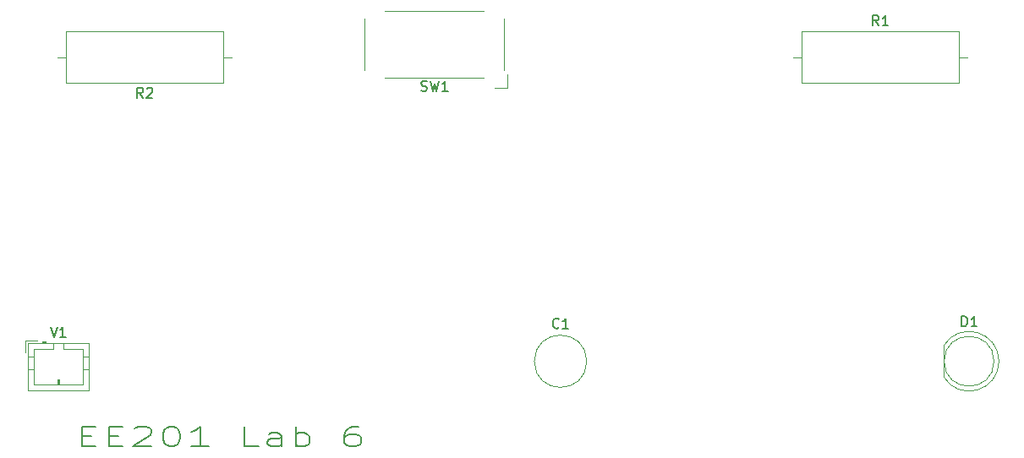
<source format=gbr>
%TF.GenerationSoftware,KiCad,Pcbnew,(6.0.10)*%
%TF.CreationDate,2023-02-17T15:29:09-08:00*%
%TF.ProjectId,Exercise 1 lab 6,45786572-6369-4736-9520-31206c616220,rev?*%
%TF.SameCoordinates,Original*%
%TF.FileFunction,Legend,Top*%
%TF.FilePolarity,Positive*%
%FSLAX46Y46*%
G04 Gerber Fmt 4.6, Leading zero omitted, Abs format (unit mm)*
G04 Created by KiCad (PCBNEW (6.0.10)) date 2023-02-17 15:29:09*
%MOMM*%
%LPD*%
G01*
G04 APERTURE LIST*
%ADD10C,0.150000*%
%ADD11C,0.120000*%
G04 APERTURE END LIST*
D10*
X87671428Y-114157142D02*
X88671428Y-114157142D01*
X89100000Y-115204761D02*
X87671428Y-115204761D01*
X87671428Y-113204761D01*
X89100000Y-113204761D01*
X90385714Y-114157142D02*
X91385714Y-114157142D01*
X91814285Y-115204761D02*
X90385714Y-115204761D01*
X90385714Y-113204761D01*
X91814285Y-113204761D01*
X92957142Y-113395238D02*
X93100000Y-113300000D01*
X93385714Y-113204761D01*
X94100000Y-113204761D01*
X94385714Y-113300000D01*
X94528571Y-113395238D01*
X94671428Y-113585714D01*
X94671428Y-113776190D01*
X94528571Y-114061904D01*
X92814285Y-115204761D01*
X94671428Y-115204761D01*
X96528571Y-113204761D02*
X96814285Y-113204761D01*
X97100000Y-113300000D01*
X97242857Y-113395238D01*
X97385714Y-113585714D01*
X97528571Y-113966666D01*
X97528571Y-114442857D01*
X97385714Y-114823809D01*
X97242857Y-115014285D01*
X97100000Y-115109523D01*
X96814285Y-115204761D01*
X96528571Y-115204761D01*
X96242857Y-115109523D01*
X96100000Y-115014285D01*
X95957142Y-114823809D01*
X95814285Y-114442857D01*
X95814285Y-113966666D01*
X95957142Y-113585714D01*
X96100000Y-113395238D01*
X96242857Y-113300000D01*
X96528571Y-113204761D01*
X100385714Y-115204761D02*
X98671428Y-115204761D01*
X99528571Y-115204761D02*
X99528571Y-113204761D01*
X99242857Y-113490476D01*
X98957142Y-113680952D01*
X98671428Y-113776190D01*
X105385714Y-115204761D02*
X103957142Y-115204761D01*
X103957142Y-113204761D01*
X107671428Y-115204761D02*
X107671428Y-114157142D01*
X107528571Y-113966666D01*
X107242857Y-113871428D01*
X106671428Y-113871428D01*
X106385714Y-113966666D01*
X107671428Y-115109523D02*
X107385714Y-115204761D01*
X106671428Y-115204761D01*
X106385714Y-115109523D01*
X106242857Y-114919047D01*
X106242857Y-114728571D01*
X106385714Y-114538095D01*
X106671428Y-114442857D01*
X107385714Y-114442857D01*
X107671428Y-114347619D01*
X109099999Y-115204761D02*
X109099999Y-113204761D01*
X109099999Y-113966666D02*
X109385714Y-113871428D01*
X109957142Y-113871428D01*
X110242857Y-113966666D01*
X110385714Y-114061904D01*
X110528571Y-114252380D01*
X110528571Y-114823809D01*
X110385714Y-115014285D01*
X110242857Y-115109523D01*
X109957142Y-115204761D01*
X109385714Y-115204761D01*
X109099999Y-115109523D01*
X115385714Y-113204761D02*
X114814285Y-113204761D01*
X114528571Y-113300000D01*
X114385714Y-113395238D01*
X114099999Y-113680952D01*
X113957142Y-114061904D01*
X113957142Y-114823809D01*
X114099999Y-115014285D01*
X114242857Y-115109523D01*
X114528571Y-115204761D01*
X115099999Y-115204761D01*
X115385714Y-115109523D01*
X115528571Y-115014285D01*
X115671428Y-114823809D01*
X115671428Y-114347619D01*
X115528571Y-114157142D01*
X115385714Y-114061904D01*
X115099999Y-113966666D01*
X114528571Y-113966666D01*
X114242857Y-114061904D01*
X114099999Y-114157142D01*
X113957142Y-114347619D01*
%TO.C,V1*%
X84550476Y-103232380D02*
X84883809Y-104232380D01*
X85217142Y-103232380D01*
X86074285Y-104232380D02*
X85502857Y-104232380D01*
X85788571Y-104232380D02*
X85788571Y-103232380D01*
X85693333Y-103375238D01*
X85598095Y-103470476D01*
X85502857Y-103518095D01*
%TO.C,R2*%
X93813333Y-80272380D02*
X93480000Y-79796190D01*
X93241904Y-80272380D02*
X93241904Y-79272380D01*
X93622857Y-79272380D01*
X93718095Y-79320000D01*
X93765714Y-79367619D01*
X93813333Y-79462857D01*
X93813333Y-79605714D01*
X93765714Y-79700952D01*
X93718095Y-79748571D01*
X93622857Y-79796190D01*
X93241904Y-79796190D01*
X94194285Y-79367619D02*
X94241904Y-79320000D01*
X94337142Y-79272380D01*
X94575238Y-79272380D01*
X94670476Y-79320000D01*
X94718095Y-79367619D01*
X94765714Y-79462857D01*
X94765714Y-79558095D01*
X94718095Y-79700952D01*
X94146666Y-80272380D01*
X94765714Y-80272380D01*
%TO.C,D1*%
X175791904Y-103172380D02*
X175791904Y-102172380D01*
X176030000Y-102172380D01*
X176172857Y-102220000D01*
X176268095Y-102315238D01*
X176315714Y-102410476D01*
X176363333Y-102600952D01*
X176363333Y-102743809D01*
X176315714Y-102934285D01*
X176268095Y-103029523D01*
X176172857Y-103124761D01*
X176030000Y-103172380D01*
X175791904Y-103172380D01*
X177315714Y-103172380D02*
X176744285Y-103172380D01*
X177030000Y-103172380D02*
X177030000Y-102172380D01*
X176934761Y-102315238D01*
X176839523Y-102410476D01*
X176744285Y-102458095D01*
%TO.C,SW1*%
X121666666Y-79554761D02*
X121809523Y-79602380D01*
X122047619Y-79602380D01*
X122142857Y-79554761D01*
X122190476Y-79507142D01*
X122238095Y-79411904D01*
X122238095Y-79316666D01*
X122190476Y-79221428D01*
X122142857Y-79173809D01*
X122047619Y-79126190D01*
X121857142Y-79078571D01*
X121761904Y-79030952D01*
X121714285Y-78983333D01*
X121666666Y-78888095D01*
X121666666Y-78792857D01*
X121714285Y-78697619D01*
X121761904Y-78650000D01*
X121857142Y-78602380D01*
X122095238Y-78602380D01*
X122238095Y-78650000D01*
X122571428Y-78602380D02*
X122809523Y-79602380D01*
X123000000Y-78888095D01*
X123190476Y-79602380D01*
X123428571Y-78602380D01*
X124333333Y-79602380D02*
X123761904Y-79602380D01*
X124047619Y-79602380D02*
X124047619Y-78602380D01*
X123952380Y-78745238D01*
X123857142Y-78840476D01*
X123761904Y-78888095D01*
%TO.C,R1*%
X167473333Y-73032380D02*
X167140000Y-72556190D01*
X166901904Y-73032380D02*
X166901904Y-72032380D01*
X167282857Y-72032380D01*
X167378095Y-72080000D01*
X167425714Y-72127619D01*
X167473333Y-72222857D01*
X167473333Y-72365714D01*
X167425714Y-72460952D01*
X167378095Y-72508571D01*
X167282857Y-72556190D01*
X166901904Y-72556190D01*
X168425714Y-73032380D02*
X167854285Y-73032380D01*
X168140000Y-73032380D02*
X168140000Y-72032380D01*
X168044761Y-72175238D01*
X167949523Y-72270476D01*
X167854285Y-72318095D01*
%TO.C,C1*%
X135453333Y-103287142D02*
X135405714Y-103334761D01*
X135262857Y-103382380D01*
X135167619Y-103382380D01*
X135024761Y-103334761D01*
X134929523Y-103239523D01*
X134881904Y-103144285D01*
X134834285Y-102953809D01*
X134834285Y-102810952D01*
X134881904Y-102620476D01*
X134929523Y-102525238D01*
X135024761Y-102430000D01*
X135167619Y-102382380D01*
X135262857Y-102382380D01*
X135405714Y-102430000D01*
X135453333Y-102477619D01*
X136405714Y-103382380D02*
X135834285Y-103382380D01*
X136120000Y-103382380D02*
X136120000Y-102382380D01*
X136024761Y-102525238D01*
X135929523Y-102620476D01*
X135834285Y-102668095D01*
D11*
%TO.C,V1*%
X88420000Y-107480000D02*
X87810000Y-107480000D01*
X87810000Y-105480000D02*
X85860000Y-105480000D01*
X82300000Y-109590000D02*
X88420000Y-109590000D01*
X82000000Y-104570000D02*
X82000000Y-105820000D01*
X82300000Y-106180000D02*
X82910000Y-106180000D01*
X84860000Y-105480000D02*
X82910000Y-105480000D01*
X82910000Y-108980000D02*
X87810000Y-108980000D01*
X84060000Y-104670000D02*
X83760000Y-104670000D01*
X83760000Y-104670000D02*
X83760000Y-104870000D01*
X87810000Y-108980000D02*
X87810000Y-105480000D01*
X82300000Y-107480000D02*
X82910000Y-107480000D01*
X85360000Y-108980000D02*
X85360000Y-108480000D01*
X88420000Y-104870000D02*
X82300000Y-104870000D01*
X84860000Y-104870000D02*
X84860000Y-105480000D01*
X82910000Y-105480000D02*
X82910000Y-108980000D01*
X85460000Y-108480000D02*
X85460000Y-108980000D01*
X83250000Y-104570000D02*
X82000000Y-104570000D01*
X84060000Y-104870000D02*
X84060000Y-104670000D01*
X85260000Y-108980000D02*
X85260000Y-108480000D01*
X88420000Y-109590000D02*
X88420000Y-104870000D01*
X85260000Y-108480000D02*
X85460000Y-108480000D01*
X85860000Y-105480000D02*
X85860000Y-104870000D01*
X84060000Y-104770000D02*
X83760000Y-104770000D01*
X82300000Y-104870000D02*
X82300000Y-109590000D01*
X88420000Y-106180000D02*
X87810000Y-106180000D01*
%TO.C,R2*%
X85260000Y-76200000D02*
X86110000Y-76200000D01*
X101850000Y-78820000D02*
X101850000Y-73580000D01*
X101850000Y-73580000D02*
X86110000Y-73580000D01*
X86110000Y-78820000D02*
X101850000Y-78820000D01*
X86110000Y-73580000D02*
X86110000Y-78820000D01*
X102700000Y-76200000D02*
X101850000Y-76200000D01*
%TO.C,D1*%
X173970000Y-105135000D02*
X173970000Y-108225000D01*
X179520000Y-106680462D02*
G75*
G03*
X173970000Y-105135170I-2990000J462D01*
G01*
X173970000Y-108224830D02*
G75*
G03*
X179520000Y-106679538I2560000J1544830D01*
G01*
X179030000Y-106680000D02*
G75*
G03*
X179030000Y-106680000I-2500000J0D01*
G01*
%TO.C,SW1*%
X130300000Y-79250000D02*
X129000000Y-79250000D01*
X118050000Y-71600000D02*
X127950000Y-71600000D01*
X130000000Y-72350000D02*
X130000000Y-77550000D01*
X127950000Y-78300000D02*
X118050000Y-78300000D01*
X130300000Y-77950000D02*
X130300000Y-79250000D01*
X116000000Y-77550000D02*
X116000000Y-72350000D01*
%TO.C,R1*%
X176360000Y-76200000D02*
X175510000Y-76200000D01*
X158920000Y-76200000D02*
X159770000Y-76200000D01*
X159770000Y-73580000D02*
X159770000Y-78820000D01*
X175510000Y-73580000D02*
X159770000Y-73580000D01*
X159770000Y-78820000D02*
X175510000Y-78820000D01*
X175510000Y-78820000D02*
X175510000Y-73580000D01*
%TO.C,C1*%
X138240000Y-106680000D02*
G75*
G03*
X138240000Y-106680000I-2620000J0D01*
G01*
%TD*%
M02*

</source>
